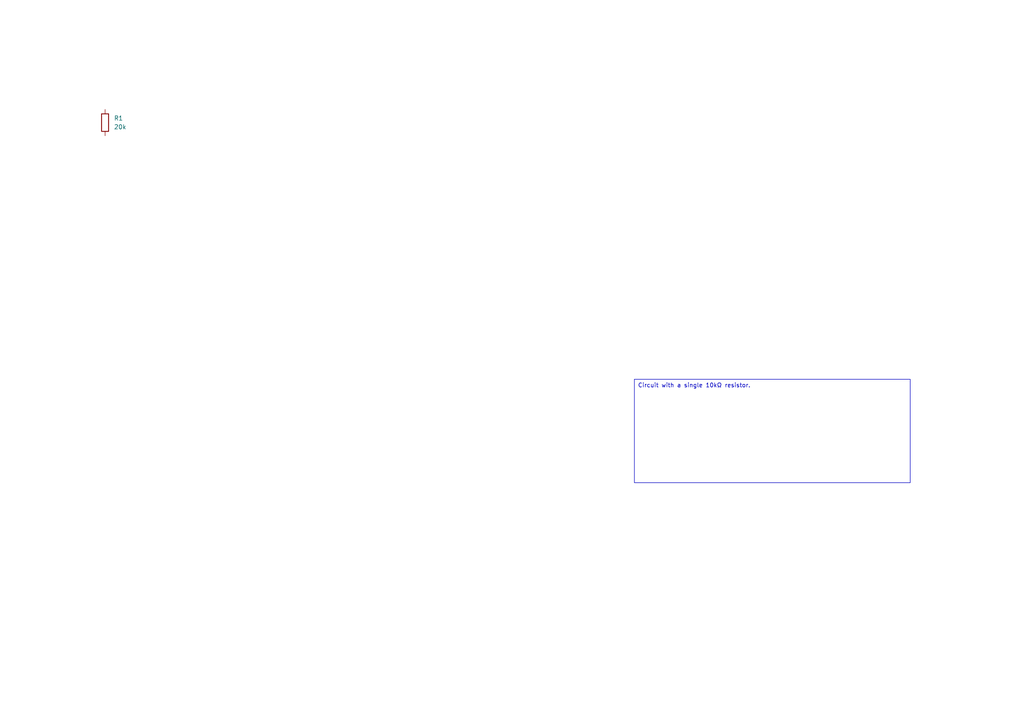
<source format=kicad_sch>
(kicad_sch (version 20250114) (generator "circuit_synth") (generator_version "0.8.36")
  (paper "A4")
  (lib_symbols
    (symbol "Device:R" (pin_numbers (hide yes)) (pin_names (offset 0))
      (property "Reference" "R" (at 2.032 0 90))
      (property "Value" "R" (at 0 0 90))
      (symbol "R_0_1"
        (rectangle (start -1.016 -2.54) (end 1.016 2.54) (stroke (width 0.254)))
      )
      (symbol "R_1_1"
        (pin passive line (at 0 3.81 270) (length 1.27) (name "~") (number "1"))
        (pin passive line (at 0 -3.81 90) (length 1.27) (name "~") (number "2"))
      )
    )
  )
  (symbol (lib_id "Device:R") (at 30.48 35.56 0) (unit 1)
    (property "Reference" "R1" (at 33.02 34.2899 0) (effects (justify left)))
    (property "Value" "20k" (at 33.02 36.8299 0) (effects (justify left)))
    (property "Footprint" "Resistor_SMD:R_0603_1608Metric" (effects (hide yes)))
    (property "hierarchy_path" "/2d1e3cbf-2b9d-4f17-a751-4ba5f8e73ccc" (effects (hide yes)))
    (property "project_name" "single_resistor" (effects (hide yes)))
    (property "root_uuid" "2d1e3cbf-2b9d-4f17-a751-4ba5f8e73ccc" (effects (hide yes)))
  )
  (text_box "Circuit with a single 10kΩ resistor." (at 184 110 0) (size 80 30) (margins 1 1 1 1) (effects (font (size 1.2 1.2)) (justify left top)))
)
</source>
